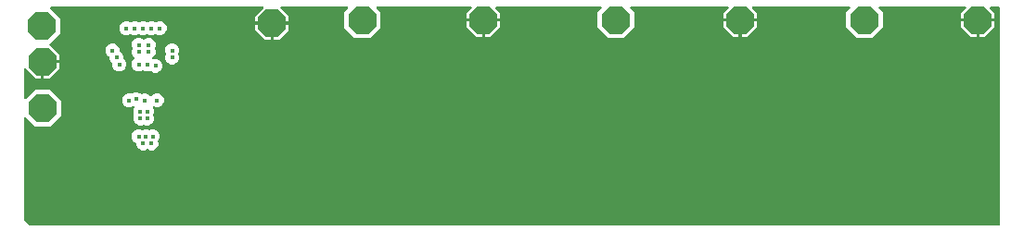
<source format=gbr>
G04 EAGLE Gerber RS-274X export*
G75*
%MOMM*%
%FSLAX34Y34*%
%LPD*%
%INBottom Copper*%
%IPPOS*%
%AMOC8*
5,1,8,0,0,1.08239X$1,22.5*%
G01*
%ADD10P,2.749271X8X22.500000*%
%ADD11C,0.452400*%

G36*
X894432Y14830D02*
X894432Y14830D01*
X894451Y14828D01*
X894553Y14850D01*
X894655Y14866D01*
X894672Y14876D01*
X894692Y14880D01*
X894781Y14933D01*
X894872Y14982D01*
X894886Y14996D01*
X894903Y15006D01*
X894970Y15085D01*
X895042Y15160D01*
X895050Y15178D01*
X895063Y15193D01*
X895102Y15289D01*
X895145Y15383D01*
X895147Y15403D01*
X895155Y15421D01*
X895173Y15588D01*
X895173Y214412D01*
X895170Y214432D01*
X895172Y214451D01*
X895150Y214553D01*
X895134Y214655D01*
X895124Y214672D01*
X895120Y214692D01*
X895067Y214781D01*
X895018Y214872D01*
X895004Y214886D01*
X894994Y214903D01*
X894915Y214970D01*
X894840Y215042D01*
X894822Y215050D01*
X894807Y215063D01*
X894711Y215102D01*
X894617Y215145D01*
X894597Y215147D01*
X894579Y215155D01*
X894412Y215173D01*
X886718Y215173D01*
X886647Y215162D01*
X886576Y215160D01*
X886527Y215142D01*
X886475Y215134D01*
X886412Y215100D01*
X886345Y215075D01*
X886304Y215043D01*
X886258Y215018D01*
X886209Y214966D01*
X886153Y214922D01*
X886125Y214878D01*
X886089Y214840D01*
X886058Y214775D01*
X886020Y214715D01*
X886007Y214664D01*
X885985Y214617D01*
X885977Y214546D01*
X885960Y214476D01*
X885964Y214424D01*
X885958Y214373D01*
X885973Y214302D01*
X885979Y214231D01*
X885999Y214183D01*
X886010Y214132D01*
X886047Y214071D01*
X886075Y214005D01*
X886120Y213949D01*
X886136Y213921D01*
X886154Y213906D01*
X886180Y213874D01*
X890541Y209513D01*
X890541Y204723D01*
X876062Y204723D01*
X876042Y204720D01*
X876023Y204722D01*
X875921Y204700D01*
X875819Y204683D01*
X875802Y204674D01*
X875782Y204670D01*
X875693Y204617D01*
X875602Y204568D01*
X875588Y204554D01*
X875571Y204544D01*
X875504Y204465D01*
X875433Y204390D01*
X875424Y204372D01*
X875411Y204357D01*
X875373Y204261D01*
X875329Y204167D01*
X875327Y204147D01*
X875319Y204129D01*
X875301Y203962D01*
X875301Y203199D01*
X875299Y203199D01*
X875299Y203962D01*
X875296Y203982D01*
X875298Y204001D01*
X875276Y204103D01*
X875259Y204205D01*
X875250Y204222D01*
X875246Y204242D01*
X875193Y204331D01*
X875144Y204422D01*
X875130Y204436D01*
X875120Y204453D01*
X875041Y204520D01*
X874966Y204591D01*
X874948Y204600D01*
X874933Y204613D01*
X874837Y204652D01*
X874743Y204695D01*
X874723Y204697D01*
X874705Y204705D01*
X874538Y204723D01*
X860059Y204723D01*
X860059Y209513D01*
X864420Y213874D01*
X864462Y213932D01*
X864511Y213984D01*
X864533Y214031D01*
X864564Y214073D01*
X864585Y214142D01*
X864615Y214207D01*
X864621Y214259D01*
X864636Y214309D01*
X864634Y214380D01*
X864642Y214451D01*
X864631Y214502D01*
X864630Y214554D01*
X864605Y214622D01*
X864590Y214692D01*
X864563Y214737D01*
X864545Y214785D01*
X864500Y214841D01*
X864464Y214903D01*
X864424Y214937D01*
X864391Y214977D01*
X864331Y215016D01*
X864277Y215063D01*
X864228Y215082D01*
X864185Y215110D01*
X864115Y215128D01*
X864049Y215155D01*
X863977Y215163D01*
X863946Y215171D01*
X863923Y215169D01*
X863882Y215173D01*
X785373Y215173D01*
X785303Y215162D01*
X785231Y215160D01*
X785182Y215142D01*
X785131Y215134D01*
X785067Y215100D01*
X785000Y215075D01*
X784959Y215043D01*
X784913Y215018D01*
X784864Y214966D01*
X784808Y214922D01*
X784780Y214878D01*
X784744Y214840D01*
X784714Y214775D01*
X784675Y214715D01*
X784662Y214664D01*
X784640Y214617D01*
X784632Y214546D01*
X784615Y214476D01*
X784619Y214424D01*
X784613Y214373D01*
X784628Y214302D01*
X784634Y214231D01*
X784654Y214183D01*
X784665Y214132D01*
X784702Y214071D01*
X784730Y214005D01*
X784775Y213949D01*
X784792Y213921D01*
X784809Y213906D01*
X784835Y213874D01*
X788565Y210144D01*
X788565Y196256D01*
X778744Y186435D01*
X764856Y186435D01*
X755035Y196256D01*
X755035Y210144D01*
X758765Y213874D01*
X758807Y213932D01*
X758856Y213984D01*
X758878Y214031D01*
X758908Y214073D01*
X758929Y214142D01*
X758960Y214207D01*
X758965Y214259D01*
X758981Y214309D01*
X758979Y214380D01*
X758987Y214451D01*
X758976Y214502D01*
X758974Y214554D01*
X758950Y214622D01*
X758935Y214692D01*
X758908Y214737D01*
X758890Y214785D01*
X758845Y214841D01*
X758808Y214903D01*
X758769Y214937D01*
X758736Y214977D01*
X758676Y215016D01*
X758621Y215063D01*
X758573Y215082D01*
X758529Y215110D01*
X758460Y215128D01*
X758393Y215155D01*
X758322Y215163D01*
X758291Y215171D01*
X758268Y215169D01*
X758227Y215173D01*
X669718Y215173D01*
X669647Y215162D01*
X669576Y215160D01*
X669527Y215142D01*
X669475Y215134D01*
X669412Y215100D01*
X669345Y215075D01*
X669304Y215043D01*
X669258Y215018D01*
X669209Y214966D01*
X669153Y214922D01*
X669125Y214878D01*
X669089Y214840D01*
X669058Y214775D01*
X669020Y214715D01*
X669007Y214664D01*
X668985Y214617D01*
X668977Y214546D01*
X668960Y214476D01*
X668964Y214424D01*
X668958Y214373D01*
X668973Y214302D01*
X668979Y214231D01*
X668999Y214183D01*
X669010Y214132D01*
X669047Y214071D01*
X669075Y214005D01*
X669120Y213949D01*
X669136Y213921D01*
X669154Y213906D01*
X669180Y213874D01*
X673541Y209513D01*
X673541Y204723D01*
X659062Y204723D01*
X659042Y204720D01*
X659023Y204722D01*
X658921Y204700D01*
X658819Y204683D01*
X658802Y204674D01*
X658782Y204670D01*
X658693Y204617D01*
X658602Y204568D01*
X658588Y204554D01*
X658571Y204544D01*
X658504Y204465D01*
X658433Y204390D01*
X658424Y204372D01*
X658411Y204357D01*
X658373Y204261D01*
X658329Y204167D01*
X658327Y204147D01*
X658319Y204129D01*
X658301Y203962D01*
X658301Y203199D01*
X658299Y203199D01*
X658299Y203962D01*
X658296Y203982D01*
X658298Y204001D01*
X658276Y204103D01*
X658259Y204205D01*
X658250Y204222D01*
X658246Y204242D01*
X658193Y204331D01*
X658144Y204422D01*
X658130Y204436D01*
X658120Y204453D01*
X658041Y204520D01*
X657966Y204591D01*
X657948Y204600D01*
X657933Y204613D01*
X657837Y204652D01*
X657743Y204695D01*
X657723Y204697D01*
X657705Y204705D01*
X657538Y204723D01*
X643059Y204723D01*
X643059Y209513D01*
X647420Y213874D01*
X647462Y213932D01*
X647511Y213984D01*
X647533Y214031D01*
X647564Y214073D01*
X647585Y214142D01*
X647615Y214207D01*
X647621Y214259D01*
X647636Y214309D01*
X647634Y214380D01*
X647642Y214451D01*
X647631Y214502D01*
X647630Y214554D01*
X647605Y214622D01*
X647590Y214692D01*
X647563Y214737D01*
X647545Y214785D01*
X647500Y214841D01*
X647464Y214903D01*
X647424Y214937D01*
X647391Y214977D01*
X647331Y215016D01*
X647277Y215063D01*
X647228Y215082D01*
X647185Y215110D01*
X647115Y215128D01*
X647049Y215155D01*
X646977Y215163D01*
X646946Y215171D01*
X646923Y215169D01*
X646882Y215173D01*
X558373Y215173D01*
X558303Y215162D01*
X558231Y215160D01*
X558182Y215142D01*
X558131Y215134D01*
X558067Y215100D01*
X558000Y215075D01*
X557959Y215043D01*
X557913Y215018D01*
X557864Y214966D01*
X557808Y214922D01*
X557780Y214878D01*
X557744Y214840D01*
X557714Y214775D01*
X557675Y214715D01*
X557662Y214664D01*
X557640Y214617D01*
X557632Y214546D01*
X557615Y214476D01*
X557619Y214424D01*
X557613Y214373D01*
X557628Y214302D01*
X557634Y214231D01*
X557654Y214183D01*
X557665Y214132D01*
X557702Y214071D01*
X557730Y214005D01*
X557775Y213949D01*
X557792Y213921D01*
X557809Y213906D01*
X557835Y213874D01*
X561565Y210144D01*
X561565Y196256D01*
X551744Y186435D01*
X537856Y186435D01*
X528035Y196256D01*
X528035Y210144D01*
X531765Y213874D01*
X531807Y213932D01*
X531856Y213984D01*
X531878Y214031D01*
X531908Y214073D01*
X531929Y214142D01*
X531960Y214207D01*
X531965Y214259D01*
X531981Y214309D01*
X531979Y214380D01*
X531987Y214451D01*
X531976Y214502D01*
X531974Y214554D01*
X531950Y214622D01*
X531935Y214692D01*
X531908Y214737D01*
X531890Y214785D01*
X531845Y214841D01*
X531808Y214903D01*
X531769Y214937D01*
X531736Y214977D01*
X531676Y215016D01*
X531621Y215063D01*
X531573Y215082D01*
X531529Y215110D01*
X531460Y215128D01*
X531393Y215155D01*
X531322Y215163D01*
X531291Y215171D01*
X531268Y215169D01*
X531227Y215173D01*
X435418Y215173D01*
X435347Y215162D01*
X435276Y215160D01*
X435227Y215142D01*
X435175Y215134D01*
X435112Y215100D01*
X435045Y215075D01*
X435004Y215043D01*
X434958Y215018D01*
X434909Y214966D01*
X434853Y214922D01*
X434825Y214878D01*
X434789Y214840D01*
X434758Y214775D01*
X434720Y214715D01*
X434707Y214664D01*
X434685Y214617D01*
X434677Y214546D01*
X434660Y214476D01*
X434664Y214424D01*
X434658Y214373D01*
X434673Y214302D01*
X434679Y214231D01*
X434699Y214183D01*
X434710Y214132D01*
X434747Y214071D01*
X434775Y214005D01*
X434820Y213949D01*
X434836Y213921D01*
X434854Y213906D01*
X434880Y213874D01*
X439241Y209513D01*
X439241Y204723D01*
X424762Y204723D01*
X424742Y204720D01*
X424723Y204722D01*
X424621Y204700D01*
X424519Y204683D01*
X424502Y204674D01*
X424482Y204670D01*
X424393Y204617D01*
X424302Y204568D01*
X424288Y204554D01*
X424271Y204544D01*
X424204Y204465D01*
X424133Y204390D01*
X424124Y204372D01*
X424111Y204357D01*
X424073Y204261D01*
X424029Y204167D01*
X424027Y204147D01*
X424019Y204129D01*
X424001Y203962D01*
X424001Y203199D01*
X423999Y203199D01*
X423999Y203962D01*
X423996Y203982D01*
X423998Y204001D01*
X423976Y204103D01*
X423959Y204205D01*
X423950Y204222D01*
X423946Y204242D01*
X423893Y204331D01*
X423844Y204422D01*
X423830Y204436D01*
X423820Y204453D01*
X423741Y204520D01*
X423666Y204591D01*
X423648Y204600D01*
X423633Y204613D01*
X423537Y204652D01*
X423443Y204695D01*
X423423Y204697D01*
X423405Y204705D01*
X423238Y204723D01*
X408759Y204723D01*
X408759Y209513D01*
X413120Y213874D01*
X413162Y213932D01*
X413211Y213984D01*
X413233Y214031D01*
X413264Y214073D01*
X413285Y214142D01*
X413315Y214207D01*
X413321Y214259D01*
X413336Y214309D01*
X413334Y214380D01*
X413342Y214451D01*
X413331Y214502D01*
X413330Y214554D01*
X413305Y214622D01*
X413290Y214692D01*
X413263Y214737D01*
X413245Y214785D01*
X413200Y214841D01*
X413164Y214903D01*
X413124Y214937D01*
X413091Y214977D01*
X413031Y215016D01*
X412977Y215063D01*
X412928Y215082D01*
X412885Y215110D01*
X412815Y215128D01*
X412749Y215155D01*
X412677Y215163D01*
X412646Y215171D01*
X412623Y215169D01*
X412582Y215173D01*
X326773Y215173D01*
X326703Y215162D01*
X326631Y215160D01*
X326582Y215142D01*
X326531Y215134D01*
X326467Y215100D01*
X326400Y215075D01*
X326359Y215043D01*
X326313Y215018D01*
X326264Y214966D01*
X326208Y214922D01*
X326180Y214878D01*
X326144Y214840D01*
X326114Y214775D01*
X326075Y214715D01*
X326062Y214664D01*
X326040Y214617D01*
X326032Y214546D01*
X326015Y214476D01*
X326019Y214424D01*
X326013Y214373D01*
X326028Y214302D01*
X326034Y214231D01*
X326054Y214183D01*
X326065Y214132D01*
X326102Y214071D01*
X326130Y214005D01*
X326175Y213949D01*
X326192Y213921D01*
X326209Y213906D01*
X326235Y213874D01*
X329965Y210144D01*
X329965Y196256D01*
X320144Y186435D01*
X306256Y186435D01*
X296435Y196256D01*
X296435Y210144D01*
X300165Y213874D01*
X300207Y213932D01*
X300256Y213984D01*
X300278Y214031D01*
X300308Y214073D01*
X300329Y214142D01*
X300360Y214207D01*
X300365Y214259D01*
X300381Y214309D01*
X300379Y214380D01*
X300387Y214451D01*
X300376Y214502D01*
X300374Y214554D01*
X300350Y214622D01*
X300335Y214692D01*
X300308Y214737D01*
X300290Y214785D01*
X300245Y214841D01*
X300208Y214903D01*
X300169Y214937D01*
X300136Y214977D01*
X300076Y215016D01*
X300021Y215063D01*
X299973Y215082D01*
X299929Y215110D01*
X299860Y215128D01*
X299793Y215155D01*
X299722Y215163D01*
X299691Y215171D01*
X299668Y215169D01*
X299627Y215173D01*
X239408Y215173D01*
X239337Y215162D01*
X239266Y215160D01*
X239217Y215142D01*
X239165Y215134D01*
X239102Y215100D01*
X239035Y215075D01*
X238994Y215043D01*
X238948Y215018D01*
X238899Y214966D01*
X238843Y214922D01*
X238815Y214878D01*
X238779Y214840D01*
X238748Y214775D01*
X238710Y214715D01*
X238697Y214664D01*
X238675Y214617D01*
X238667Y214546D01*
X238650Y214476D01*
X238654Y214424D01*
X238648Y214373D01*
X238663Y214302D01*
X238669Y214231D01*
X238689Y214183D01*
X238700Y214132D01*
X238737Y214071D01*
X238765Y214005D01*
X238810Y213949D01*
X238826Y213921D01*
X238844Y213906D01*
X238870Y213874D01*
X246221Y206523D01*
X246221Y201733D01*
X231742Y201733D01*
X231722Y201730D01*
X231703Y201732D01*
X231601Y201710D01*
X231499Y201693D01*
X231482Y201684D01*
X231462Y201680D01*
X231373Y201627D01*
X231282Y201578D01*
X231268Y201564D01*
X231251Y201554D01*
X231184Y201475D01*
X231113Y201400D01*
X231104Y201382D01*
X231091Y201367D01*
X231053Y201271D01*
X231009Y201177D01*
X231007Y201157D01*
X230999Y201139D01*
X230981Y200972D01*
X230981Y200209D01*
X230979Y200209D01*
X230979Y200972D01*
X230976Y200992D01*
X230978Y201011D01*
X230956Y201113D01*
X230939Y201215D01*
X230930Y201232D01*
X230926Y201252D01*
X230873Y201341D01*
X230824Y201432D01*
X230810Y201446D01*
X230800Y201463D01*
X230721Y201530D01*
X230646Y201601D01*
X230628Y201610D01*
X230613Y201623D01*
X230517Y201662D01*
X230423Y201705D01*
X230403Y201707D01*
X230385Y201715D01*
X230218Y201733D01*
X215739Y201733D01*
X215739Y206523D01*
X223090Y213874D01*
X223132Y213932D01*
X223181Y213984D01*
X223203Y214031D01*
X223234Y214073D01*
X223255Y214142D01*
X223285Y214207D01*
X223291Y214259D01*
X223306Y214309D01*
X223304Y214380D01*
X223312Y214451D01*
X223301Y214502D01*
X223300Y214554D01*
X223275Y214622D01*
X223260Y214692D01*
X223233Y214737D01*
X223215Y214785D01*
X223170Y214841D01*
X223134Y214903D01*
X223094Y214937D01*
X223061Y214977D01*
X223001Y215016D01*
X222947Y215063D01*
X222898Y215082D01*
X222855Y215110D01*
X222785Y215128D01*
X222719Y215155D01*
X222647Y215163D01*
X222616Y215171D01*
X222593Y215169D01*
X222552Y215173D01*
X29153Y215173D01*
X29083Y215162D01*
X29011Y215160D01*
X28962Y215142D01*
X28911Y215134D01*
X28847Y215100D01*
X28780Y215075D01*
X28739Y215043D01*
X28693Y215018D01*
X28644Y214966D01*
X28588Y214922D01*
X28560Y214878D01*
X28524Y214840D01*
X28494Y214775D01*
X28455Y214715D01*
X28442Y214664D01*
X28420Y214617D01*
X28412Y214546D01*
X28395Y214476D01*
X28399Y214424D01*
X28393Y214373D01*
X28408Y214302D01*
X28414Y214231D01*
X28434Y214183D01*
X28445Y214132D01*
X28482Y214071D01*
X28510Y214005D01*
X28555Y213949D01*
X28572Y213921D01*
X28589Y213906D01*
X28615Y213874D01*
X37565Y204924D01*
X37565Y191036D01*
X27705Y181176D01*
X27693Y181160D01*
X27677Y181147D01*
X27621Y181060D01*
X27561Y180976D01*
X27555Y180957D01*
X27544Y180940D01*
X27519Y180840D01*
X27489Y180741D01*
X27489Y180721D01*
X27484Y180702D01*
X27492Y180599D01*
X27495Y180495D01*
X27502Y180476D01*
X27503Y180456D01*
X27544Y180362D01*
X27579Y180264D01*
X27592Y180248D01*
X27600Y180230D01*
X27705Y180099D01*
X36361Y171443D01*
X36361Y166653D01*
X21882Y166653D01*
X21862Y166650D01*
X21843Y166652D01*
X21741Y166630D01*
X21639Y166613D01*
X21622Y166604D01*
X21602Y166600D01*
X21513Y166547D01*
X21422Y166498D01*
X21408Y166484D01*
X21391Y166474D01*
X21324Y166395D01*
X21253Y166320D01*
X21244Y166302D01*
X21231Y166287D01*
X21193Y166191D01*
X21149Y166097D01*
X21147Y166077D01*
X21139Y166059D01*
X21121Y165892D01*
X21121Y165129D01*
X20358Y165129D01*
X20338Y165126D01*
X20319Y165128D01*
X20217Y165106D01*
X20115Y165089D01*
X20098Y165080D01*
X20078Y165076D01*
X19989Y165023D01*
X19898Y164974D01*
X19884Y164960D01*
X19867Y164950D01*
X19800Y164871D01*
X19729Y164796D01*
X19720Y164778D01*
X19707Y164763D01*
X19668Y164667D01*
X19625Y164573D01*
X19623Y164553D01*
X19615Y164535D01*
X19597Y164368D01*
X19597Y149889D01*
X14807Y149889D01*
X6126Y158570D01*
X6068Y158612D01*
X6016Y158661D01*
X5969Y158683D01*
X5927Y158714D01*
X5858Y158735D01*
X5793Y158765D01*
X5741Y158771D01*
X5691Y158786D01*
X5620Y158784D01*
X5549Y158792D01*
X5498Y158781D01*
X5446Y158780D01*
X5378Y158755D01*
X5308Y158740D01*
X5263Y158713D01*
X5215Y158695D01*
X5159Y158650D01*
X5097Y158614D01*
X5063Y158574D01*
X5023Y158541D01*
X4984Y158481D01*
X4937Y158427D01*
X4918Y158378D01*
X4890Y158335D01*
X4872Y158265D01*
X4845Y158199D01*
X4837Y158127D01*
X4829Y158096D01*
X4831Y158073D01*
X4827Y158032D01*
X4827Y131183D01*
X4838Y131113D01*
X4840Y131041D01*
X4858Y130992D01*
X4866Y130941D01*
X4900Y130877D01*
X4925Y130810D01*
X4957Y130769D01*
X4982Y130723D01*
X5034Y130674D01*
X5078Y130618D01*
X5122Y130590D01*
X5160Y130554D01*
X5225Y130524D01*
X5285Y130485D01*
X5336Y130472D01*
X5383Y130450D01*
X5454Y130442D01*
X5524Y130425D01*
X5576Y130429D01*
X5627Y130423D01*
X5698Y130438D01*
X5769Y130444D01*
X5817Y130464D01*
X5868Y130475D01*
X5929Y130512D01*
X5995Y130540D01*
X6051Y130585D01*
X6079Y130602D01*
X6094Y130619D01*
X6126Y130645D01*
X14646Y139165D01*
X28534Y139165D01*
X38355Y129344D01*
X38355Y115456D01*
X28534Y105635D01*
X14646Y105635D01*
X6126Y114155D01*
X6068Y114197D01*
X6016Y114246D01*
X5969Y114268D01*
X5927Y114298D01*
X5858Y114319D01*
X5793Y114350D01*
X5741Y114355D01*
X5691Y114371D01*
X5620Y114369D01*
X5549Y114377D01*
X5498Y114366D01*
X5446Y114364D01*
X5378Y114340D01*
X5308Y114325D01*
X5263Y114298D01*
X5215Y114280D01*
X5159Y114235D01*
X5097Y114198D01*
X5063Y114159D01*
X5023Y114126D01*
X4984Y114066D01*
X4937Y114011D01*
X4918Y113963D01*
X4890Y113919D01*
X4872Y113850D01*
X4845Y113783D01*
X4837Y113712D01*
X4829Y113681D01*
X4831Y113658D01*
X4827Y113617D01*
X4827Y19812D01*
X4841Y19722D01*
X4849Y19631D01*
X4861Y19601D01*
X4866Y19569D01*
X4909Y19489D01*
X4945Y19405D01*
X4971Y19373D01*
X4982Y19352D01*
X5005Y19330D01*
X5050Y19274D01*
X9274Y15050D01*
X9348Y14997D01*
X9417Y14937D01*
X9447Y14925D01*
X9473Y14906D01*
X9560Y14879D01*
X9645Y14845D01*
X9686Y14841D01*
X9709Y14834D01*
X9741Y14835D01*
X9812Y14827D01*
X894412Y14827D01*
X894432Y14830D01*
G37*
%LPC*%
G36*
X109232Y106703D02*
X109232Y106703D01*
X106906Y107666D01*
X105126Y109446D01*
X104163Y111772D01*
X104163Y114288D01*
X104836Y115914D01*
X104857Y116003D01*
X104886Y116089D01*
X104885Y116122D01*
X104893Y116153D01*
X104884Y116244D01*
X104883Y116335D01*
X104872Y116375D01*
X104870Y116398D01*
X104856Y116427D01*
X104836Y116496D01*
X104163Y118122D01*
X104163Y120638D01*
X105126Y122964D01*
X105482Y123319D01*
X105509Y123356D01*
X105542Y123387D01*
X105580Y123456D01*
X105625Y123519D01*
X105639Y123563D01*
X105661Y123603D01*
X105675Y123679D01*
X105698Y123754D01*
X105696Y123800D01*
X105705Y123845D01*
X105693Y123922D01*
X105691Y124000D01*
X105675Y124043D01*
X105669Y124088D01*
X105634Y124158D01*
X105607Y124231D01*
X105578Y124267D01*
X105557Y124307D01*
X105502Y124362D01*
X105453Y124423D01*
X105415Y124448D01*
X105382Y124480D01*
X105262Y124546D01*
X105246Y124556D01*
X105241Y124557D01*
X105235Y124561D01*
X105042Y124640D01*
X104928Y124667D01*
X104815Y124696D01*
X104809Y124695D01*
X104803Y124697D01*
X104687Y124686D01*
X104570Y124676D01*
X104564Y124674D01*
X104558Y124673D01*
X104451Y124626D01*
X104344Y124580D01*
X104338Y124576D01*
X104333Y124573D01*
X104320Y124561D01*
X104213Y124475D01*
X103914Y124176D01*
X101588Y123213D01*
X99072Y123213D01*
X96746Y124176D01*
X94966Y125956D01*
X94003Y128282D01*
X94003Y130798D01*
X94966Y133124D01*
X96746Y134904D01*
X99072Y135867D01*
X101588Y135867D01*
X101968Y135710D01*
X102081Y135683D01*
X102195Y135654D01*
X102201Y135655D01*
X102207Y135653D01*
X102323Y135664D01*
X102440Y135674D01*
X102446Y135676D01*
X102452Y135677D01*
X102559Y135724D01*
X102666Y135770D01*
X102672Y135774D01*
X102677Y135777D01*
X102690Y135789D01*
X102797Y135875D01*
X103096Y136174D01*
X105422Y137137D01*
X107938Y137137D01*
X110264Y136174D01*
X110935Y135503D01*
X111029Y135435D01*
X111123Y135365D01*
X111129Y135363D01*
X111134Y135359D01*
X111245Y135325D01*
X111357Y135289D01*
X111363Y135289D01*
X111369Y135287D01*
X111486Y135290D01*
X111603Y135291D01*
X111610Y135293D01*
X111615Y135293D01*
X111633Y135300D01*
X111764Y135338D01*
X113042Y135867D01*
X115558Y135867D01*
X117884Y134904D01*
X119477Y133311D01*
X119493Y133299D01*
X119505Y133283D01*
X119593Y133227D01*
X119676Y133167D01*
X119695Y133161D01*
X119712Y133150D01*
X119813Y133125D01*
X119912Y133095D01*
X119931Y133095D01*
X119951Y133090D01*
X120054Y133098D01*
X120157Y133101D01*
X120176Y133108D01*
X120196Y133109D01*
X120291Y133150D01*
X120388Y133186D01*
X120404Y133198D01*
X120422Y133206D01*
X120553Y133311D01*
X122146Y134904D01*
X124472Y135867D01*
X126988Y135867D01*
X129314Y134904D01*
X131094Y133124D01*
X132057Y130798D01*
X132057Y128282D01*
X131094Y125956D01*
X129314Y124176D01*
X126988Y123213D01*
X124472Y123213D01*
X123307Y123696D01*
X123237Y123712D01*
X123170Y123738D01*
X123118Y123740D01*
X123068Y123752D01*
X122996Y123745D01*
X122925Y123748D01*
X122874Y123734D01*
X122823Y123729D01*
X122757Y123700D01*
X122688Y123680D01*
X122645Y123650D01*
X122598Y123629D01*
X122545Y123580D01*
X122486Y123539D01*
X122455Y123498D01*
X122417Y123462D01*
X122382Y123399D01*
X122339Y123342D01*
X122323Y123292D01*
X122298Y123247D01*
X122285Y123176D01*
X122263Y123108D01*
X122264Y123056D01*
X122255Y123005D01*
X122265Y122934D01*
X122266Y122862D01*
X122286Y122793D01*
X122290Y122761D01*
X122301Y122741D01*
X122312Y122701D01*
X123167Y120638D01*
X123167Y118122D01*
X122494Y116496D01*
X122473Y116408D01*
X122444Y116321D01*
X122445Y116288D01*
X122437Y116257D01*
X122446Y116166D01*
X122447Y116075D01*
X122458Y116035D01*
X122460Y116012D01*
X122474Y115983D01*
X122494Y115914D01*
X123167Y114288D01*
X123167Y111772D01*
X122204Y109446D01*
X120424Y107666D01*
X118098Y106703D01*
X115582Y106703D01*
X113956Y107376D01*
X113868Y107397D01*
X113781Y107426D01*
X113748Y107425D01*
X113717Y107433D01*
X113626Y107424D01*
X113535Y107423D01*
X113495Y107412D01*
X113472Y107410D01*
X113443Y107396D01*
X113374Y107376D01*
X111748Y106703D01*
X109232Y106703D01*
G37*
%LPD*%
%LPC*%
G36*
X123202Y154963D02*
X123202Y154963D01*
X120876Y155926D01*
X120205Y156597D01*
X120111Y156665D01*
X120017Y156735D01*
X120011Y156737D01*
X120006Y156741D01*
X119895Y156775D01*
X119783Y156811D01*
X119777Y156811D01*
X119771Y156813D01*
X119654Y156810D01*
X119537Y156809D01*
X119530Y156807D01*
X119525Y156807D01*
X119507Y156800D01*
X119376Y156762D01*
X118098Y156233D01*
X115582Y156233D01*
X113321Y157170D01*
X113232Y157190D01*
X113146Y157219D01*
X113113Y157218D01*
X113082Y157226D01*
X112991Y157217D01*
X112900Y157216D01*
X112860Y157205D01*
X112837Y157203D01*
X112808Y157189D01*
X112739Y157170D01*
X110478Y156233D01*
X107962Y156233D01*
X105636Y157196D01*
X103856Y158976D01*
X102893Y161302D01*
X102893Y163818D01*
X103856Y166144D01*
X105449Y167737D01*
X105461Y167753D01*
X105477Y167765D01*
X105533Y167853D01*
X105593Y167936D01*
X105599Y167955D01*
X105610Y167972D01*
X105635Y168073D01*
X105665Y168172D01*
X105665Y168191D01*
X105670Y168211D01*
X105662Y168314D01*
X105659Y168417D01*
X105652Y168436D01*
X105651Y168456D01*
X105610Y168551D01*
X105574Y168648D01*
X105562Y168664D01*
X105554Y168682D01*
X105449Y168813D01*
X103856Y170406D01*
X102893Y172732D01*
X102893Y175248D01*
X103566Y176874D01*
X103587Y176963D01*
X103616Y177049D01*
X103615Y177082D01*
X103623Y177113D01*
X103614Y177204D01*
X103613Y177295D01*
X103602Y177335D01*
X103600Y177358D01*
X103586Y177387D01*
X103566Y177456D01*
X102893Y179082D01*
X102893Y181598D01*
X103856Y183924D01*
X105636Y185704D01*
X107962Y186667D01*
X110478Y186667D01*
X112804Y185704D01*
X113127Y185381D01*
X113143Y185369D01*
X113155Y185353D01*
X113243Y185297D01*
X113326Y185237D01*
X113345Y185231D01*
X113362Y185220D01*
X113463Y185195D01*
X113561Y185165D01*
X113581Y185165D01*
X113601Y185160D01*
X113704Y185168D01*
X113807Y185171D01*
X113826Y185178D01*
X113846Y185179D01*
X113941Y185220D01*
X114038Y185256D01*
X114054Y185268D01*
X114072Y185276D01*
X114203Y185381D01*
X114526Y185704D01*
X116852Y186667D01*
X119368Y186667D01*
X121694Y185704D01*
X123474Y183924D01*
X124437Y181598D01*
X124437Y179082D01*
X123764Y177456D01*
X123743Y177367D01*
X123714Y177281D01*
X123715Y177248D01*
X123707Y177217D01*
X123716Y177126D01*
X123717Y177035D01*
X123728Y176995D01*
X123730Y176972D01*
X123744Y176943D01*
X123764Y176874D01*
X124437Y175248D01*
X124437Y172732D01*
X123474Y170406D01*
X121610Y168543D01*
X121553Y168464D01*
X121491Y168389D01*
X121482Y168364D01*
X121466Y168343D01*
X121438Y168250D01*
X121403Y168159D01*
X121402Y168133D01*
X121394Y168108D01*
X121397Y168011D01*
X121393Y167913D01*
X121400Y167888D01*
X121400Y167862D01*
X121434Y167771D01*
X121461Y167677D01*
X121476Y167656D01*
X121485Y167631D01*
X121546Y167555D01*
X121601Y167475D01*
X121622Y167459D01*
X121639Y167439D01*
X121721Y167386D01*
X121799Y167328D01*
X121823Y167320D01*
X121846Y167306D01*
X121940Y167282D01*
X122033Y167252D01*
X122059Y167252D01*
X122084Y167246D01*
X122181Y167253D01*
X122279Y167254D01*
X122310Y167264D01*
X122329Y167265D01*
X122360Y167278D01*
X122440Y167301D01*
X123202Y167617D01*
X125718Y167617D01*
X128044Y166654D01*
X129824Y164874D01*
X130787Y162548D01*
X130787Y160032D01*
X129824Y157706D01*
X128044Y155926D01*
X125718Y154963D01*
X123202Y154963D01*
G37*
%LPD*%
%LPC*%
G36*
X96532Y189253D02*
X96532Y189253D01*
X94206Y190216D01*
X92426Y191996D01*
X91463Y194322D01*
X91463Y196838D01*
X92426Y199164D01*
X94206Y200944D01*
X96532Y201907D01*
X99048Y201907D01*
X101309Y200970D01*
X101398Y200950D01*
X101484Y200921D01*
X101517Y200922D01*
X101548Y200914D01*
X101639Y200923D01*
X101730Y200924D01*
X101770Y200935D01*
X101793Y200937D01*
X101822Y200951D01*
X101891Y200970D01*
X104152Y201907D01*
X106668Y201907D01*
X108929Y200970D01*
X109018Y200950D01*
X109104Y200921D01*
X109137Y200922D01*
X109168Y200914D01*
X109259Y200923D01*
X109350Y200924D01*
X109390Y200935D01*
X109413Y200937D01*
X109442Y200951D01*
X109511Y200970D01*
X111772Y201907D01*
X114288Y201907D01*
X116549Y200970D01*
X116638Y200950D01*
X116724Y200921D01*
X116757Y200922D01*
X116788Y200914D01*
X116879Y200923D01*
X116970Y200924D01*
X117010Y200935D01*
X117033Y200937D01*
X117062Y200951D01*
X117131Y200970D01*
X119392Y201907D01*
X121908Y201907D01*
X124169Y200970D01*
X124258Y200950D01*
X124344Y200921D01*
X124377Y200922D01*
X124408Y200914D01*
X124499Y200923D01*
X124590Y200924D01*
X124630Y200935D01*
X124653Y200937D01*
X124682Y200951D01*
X124751Y200970D01*
X127012Y201907D01*
X129528Y201907D01*
X131854Y200944D01*
X133634Y199164D01*
X134597Y196838D01*
X134597Y194322D01*
X133634Y191996D01*
X131854Y190216D01*
X129528Y189253D01*
X127012Y189253D01*
X124751Y190190D01*
X124663Y190210D01*
X124576Y190239D01*
X124543Y190238D01*
X124512Y190246D01*
X124421Y190237D01*
X124330Y190236D01*
X124290Y190225D01*
X124267Y190223D01*
X124238Y190209D01*
X124169Y190190D01*
X121908Y189253D01*
X119392Y189253D01*
X117131Y190190D01*
X117043Y190210D01*
X116956Y190239D01*
X116923Y190238D01*
X116892Y190246D01*
X116801Y190237D01*
X116710Y190236D01*
X116670Y190225D01*
X116647Y190223D01*
X116618Y190209D01*
X116549Y190190D01*
X114288Y189253D01*
X111772Y189253D01*
X109511Y190190D01*
X109423Y190210D01*
X109336Y190239D01*
X109303Y190238D01*
X109272Y190246D01*
X109181Y190237D01*
X109090Y190236D01*
X109050Y190225D01*
X109027Y190223D01*
X108998Y190209D01*
X108929Y190190D01*
X106668Y189253D01*
X104152Y189253D01*
X101891Y190190D01*
X101803Y190210D01*
X101716Y190239D01*
X101683Y190238D01*
X101652Y190246D01*
X101561Y190237D01*
X101470Y190236D01*
X101430Y190225D01*
X101407Y190223D01*
X101378Y190209D01*
X101309Y190190D01*
X99048Y189253D01*
X96532Y189253D01*
G37*
%LPD*%
%LPC*%
G36*
X111772Y83843D02*
X111772Y83843D01*
X109446Y84806D01*
X107666Y86586D01*
X106703Y88912D01*
X106703Y90206D01*
X106701Y90219D01*
X106702Y90230D01*
X106690Y90284D01*
X106684Y90321D01*
X106667Y90437D01*
X106665Y90442D01*
X106664Y90449D01*
X106609Y90551D01*
X106556Y90656D01*
X106551Y90660D01*
X106548Y90666D01*
X106464Y90746D01*
X106380Y90828D01*
X106374Y90832D01*
X106370Y90835D01*
X106353Y90843D01*
X106233Y90909D01*
X105636Y91156D01*
X103856Y92936D01*
X102893Y95262D01*
X102893Y97778D01*
X103856Y100104D01*
X105636Y101884D01*
X107962Y102847D01*
X110478Y102847D01*
X112104Y102174D01*
X112192Y102153D01*
X112279Y102124D01*
X112312Y102125D01*
X112343Y102117D01*
X112434Y102126D01*
X112525Y102127D01*
X112565Y102138D01*
X112588Y102140D01*
X112617Y102154D01*
X112686Y102174D01*
X114312Y102847D01*
X116828Y102847D01*
X118454Y102174D01*
X118542Y102153D01*
X118629Y102124D01*
X118662Y102125D01*
X118693Y102117D01*
X118784Y102126D01*
X118875Y102127D01*
X118915Y102138D01*
X118938Y102140D01*
X118967Y102154D01*
X119036Y102174D01*
X120662Y102847D01*
X123178Y102847D01*
X125504Y101884D01*
X127284Y100104D01*
X128247Y97778D01*
X128247Y95262D01*
X127284Y92936D01*
X126985Y92637D01*
X126917Y92543D01*
X126847Y92449D01*
X126845Y92443D01*
X126841Y92438D01*
X126806Y92324D01*
X126771Y92215D01*
X126771Y92209D01*
X126769Y92203D01*
X126772Y92086D01*
X126773Y91969D01*
X126775Y91962D01*
X126775Y91957D01*
X126781Y91939D01*
X126820Y91808D01*
X126977Y91428D01*
X126977Y88912D01*
X126014Y86586D01*
X124234Y84806D01*
X121908Y83843D01*
X119392Y83843D01*
X117131Y84780D01*
X117042Y84800D01*
X116956Y84829D01*
X116923Y84828D01*
X116892Y84836D01*
X116801Y84827D01*
X116710Y84826D01*
X116670Y84815D01*
X116647Y84813D01*
X116618Y84799D01*
X116549Y84780D01*
X114288Y83843D01*
X111772Y83843D01*
G37*
%LPD*%
%LPC*%
G36*
X90182Y156233D02*
X90182Y156233D01*
X87856Y157196D01*
X86076Y158976D01*
X85113Y161302D01*
X85113Y163434D01*
X85099Y163524D01*
X85091Y163615D01*
X85079Y163645D01*
X85074Y163677D01*
X85031Y163758D01*
X84995Y163841D01*
X84969Y163874D01*
X84958Y163894D01*
X84935Y163916D01*
X84890Y163972D01*
X83536Y165326D01*
X82573Y167652D01*
X82573Y168946D01*
X82554Y169061D01*
X82537Y169177D01*
X82535Y169182D01*
X82534Y169189D01*
X82479Y169291D01*
X82426Y169396D01*
X82421Y169400D01*
X82418Y169406D01*
X82334Y169486D01*
X82250Y169568D01*
X82244Y169572D01*
X82240Y169575D01*
X82223Y169583D01*
X82103Y169649D01*
X81506Y169896D01*
X79726Y171676D01*
X78763Y174002D01*
X78763Y176518D01*
X79726Y178844D01*
X81506Y180624D01*
X83832Y181587D01*
X86348Y181587D01*
X88674Y180624D01*
X90454Y178844D01*
X91417Y176518D01*
X91417Y175224D01*
X91436Y175109D01*
X91453Y174993D01*
X91455Y174988D01*
X91456Y174981D01*
X91511Y174879D01*
X91564Y174774D01*
X91569Y174770D01*
X91572Y174764D01*
X91656Y174684D01*
X91740Y174602D01*
X91746Y174598D01*
X91750Y174595D01*
X91767Y174587D01*
X91887Y174521D01*
X92484Y174274D01*
X94264Y172494D01*
X95227Y170168D01*
X95227Y168036D01*
X95241Y167946D01*
X95249Y167855D01*
X95261Y167825D01*
X95266Y167793D01*
X95309Y167712D01*
X95345Y167629D01*
X95371Y167596D01*
X95382Y167576D01*
X95405Y167554D01*
X95450Y167498D01*
X96804Y166144D01*
X97767Y163818D01*
X97767Y161302D01*
X96804Y158976D01*
X95024Y157196D01*
X92698Y156233D01*
X90182Y156233D01*
G37*
%LPD*%
%LPC*%
G36*
X138442Y162583D02*
X138442Y162583D01*
X136116Y163546D01*
X134336Y165326D01*
X133373Y167652D01*
X133373Y170168D01*
X134046Y171794D01*
X134067Y171882D01*
X134096Y171969D01*
X134095Y172002D01*
X134103Y172033D01*
X134094Y172124D01*
X134093Y172215D01*
X134082Y172255D01*
X134080Y172278D01*
X134066Y172307D01*
X134046Y172376D01*
X133373Y174002D01*
X133373Y176518D01*
X134336Y178844D01*
X136116Y180624D01*
X138442Y181587D01*
X140958Y181587D01*
X143284Y180624D01*
X145064Y178844D01*
X146027Y176518D01*
X146027Y174002D01*
X145354Y172376D01*
X145333Y172287D01*
X145304Y172201D01*
X145305Y172168D01*
X145297Y172137D01*
X145306Y172046D01*
X145307Y171955D01*
X145318Y171915D01*
X145320Y171892D01*
X145334Y171863D01*
X145354Y171794D01*
X146027Y170168D01*
X146027Y167652D01*
X145064Y165326D01*
X143284Y163546D01*
X140958Y162583D01*
X138442Y162583D01*
G37*
%LPD*%
%LPC*%
G36*
X425523Y187959D02*
X425523Y187959D01*
X425523Y201677D01*
X439241Y201677D01*
X439241Y196887D01*
X430313Y187959D01*
X425523Y187959D01*
G37*
%LPD*%
%LPC*%
G36*
X876823Y187959D02*
X876823Y187959D01*
X876823Y201677D01*
X890541Y201677D01*
X890541Y196887D01*
X881613Y187959D01*
X876823Y187959D01*
G37*
%LPD*%
%LPC*%
G36*
X232503Y184969D02*
X232503Y184969D01*
X232503Y198687D01*
X246221Y198687D01*
X246221Y193897D01*
X237293Y184969D01*
X232503Y184969D01*
G37*
%LPD*%
%LPC*%
G36*
X22643Y149889D02*
X22643Y149889D01*
X22643Y163607D01*
X36361Y163607D01*
X36361Y158817D01*
X27433Y149889D01*
X22643Y149889D01*
G37*
%LPD*%
%LPC*%
G36*
X659823Y187959D02*
X659823Y187959D01*
X659823Y201677D01*
X673541Y201677D01*
X673541Y196887D01*
X664613Y187959D01*
X659823Y187959D01*
G37*
%LPD*%
%LPC*%
G36*
X224667Y184969D02*
X224667Y184969D01*
X215739Y193897D01*
X215739Y198687D01*
X229457Y198687D01*
X229457Y184969D01*
X224667Y184969D01*
G37*
%LPD*%
%LPC*%
G36*
X417687Y187959D02*
X417687Y187959D01*
X408759Y196887D01*
X408759Y201677D01*
X422477Y201677D01*
X422477Y187959D01*
X417687Y187959D01*
G37*
%LPD*%
%LPC*%
G36*
X868987Y187959D02*
X868987Y187959D01*
X860059Y196887D01*
X860059Y201677D01*
X873777Y201677D01*
X873777Y187959D01*
X868987Y187959D01*
G37*
%LPD*%
%LPC*%
G36*
X651987Y187959D02*
X651987Y187959D01*
X643059Y196887D01*
X643059Y201677D01*
X656777Y201677D01*
X656777Y187959D01*
X651987Y187959D01*
G37*
%LPD*%
D10*
X313200Y203200D03*
X424000Y203200D03*
X20800Y197980D03*
X21120Y165130D03*
X544800Y203200D03*
X658300Y203200D03*
X771800Y203200D03*
X875300Y203200D03*
X21590Y122400D03*
X230980Y200210D03*
D11*
X109220Y180340D03*
X118110Y180340D03*
X109220Y173990D03*
X118110Y173990D03*
X128270Y195580D03*
X120650Y195580D03*
X113030Y195580D03*
X105410Y195580D03*
X97790Y195580D03*
X85090Y175260D03*
X88900Y168910D03*
X91440Y162560D03*
X109220Y162560D03*
X116840Y162560D03*
X124460Y161290D03*
X139700Y168910D03*
X139700Y175260D03*
X110490Y119380D03*
X116840Y119380D03*
X116840Y113030D03*
X110490Y113030D03*
X109220Y96520D03*
X115570Y96520D03*
X121920Y96520D03*
X113030Y90170D03*
X120650Y90170D03*
X125730Y129540D03*
X114300Y129540D03*
X106680Y130810D03*
X100330Y129540D03*
M02*

</source>
